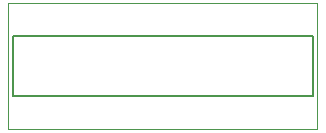
<source format=gbo>
G04 (created by PCBNEW (2013-07-07 BZR 4022)-stable) date 7/10/2015 1:05:57 PM*
%MOIN*%
G04 Gerber Fmt 3.4, Leading zero omitted, Abs format*
%FSLAX34Y34*%
G01*
G70*
G90*
G04 APERTURE LIST*
%ADD10C,0.00590551*%
%ADD11C,0.00393701*%
G04 APERTURE END LIST*
G54D10*
G54D11*
X84150Y-62950D02*
X84150Y-62900D01*
X84150Y-67100D02*
X84150Y-62950D01*
X73850Y-67100D02*
X84150Y-67100D01*
X73850Y-66950D02*
X73850Y-67100D01*
X73850Y-62900D02*
X73850Y-66950D01*
X84150Y-62900D02*
X73850Y-62900D01*
G54D10*
X84000Y-64000D02*
X74000Y-64000D01*
X74000Y-64000D02*
X74000Y-66000D01*
X74000Y-66000D02*
X84000Y-66000D01*
X84000Y-66000D02*
X84000Y-64000D01*
M02*

</source>
